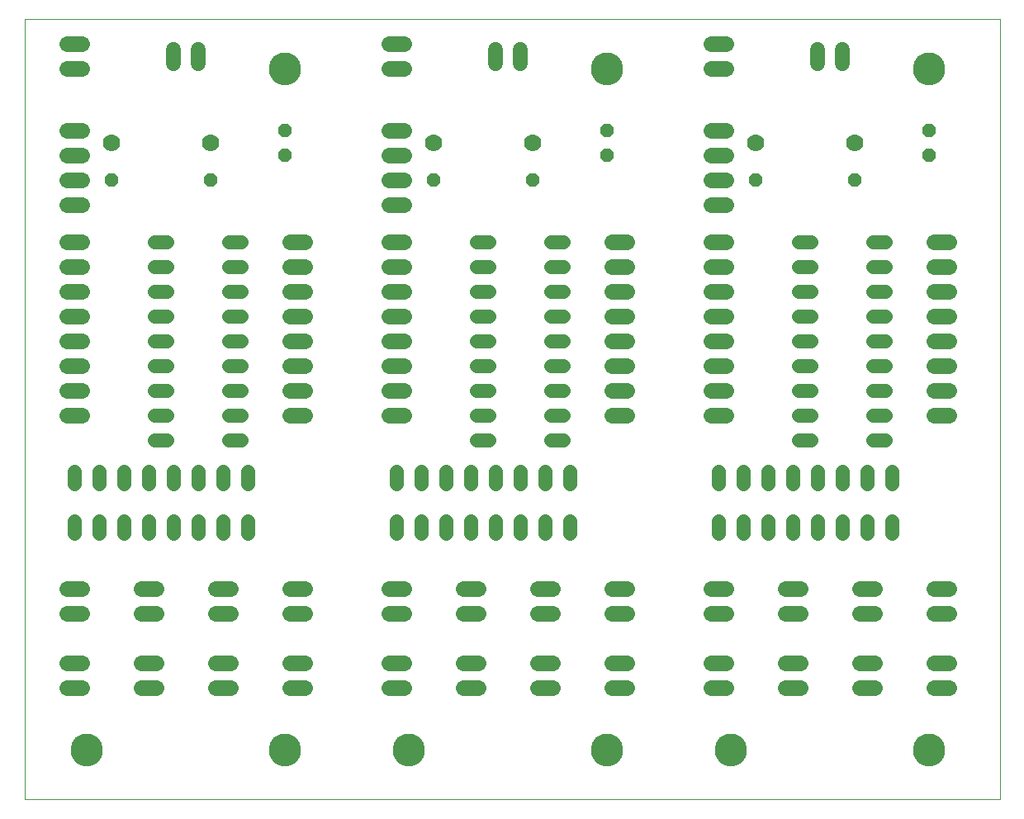
<source format=gbs>
G75*
%MOIN*%
%OFA0B0*%
%FSLAX25Y25*%
%IPPOS*%
%LPD*%
%AMOC8*
5,1,8,0,0,1.08239X$1,22.5*
%
%ADD10C,0.00000*%
%ADD11C,0.07000*%
%ADD12C,0.06400*%
%ADD13OC8,0.05600*%
%ADD14C,0.12998*%
%ADD15C,0.05600*%
%ADD16C,0.06000*%
D10*
X0001000Y0003000D02*
X0001000Y0317961D01*
X0394701Y0317961D01*
X0394701Y0003000D01*
X0001000Y0003000D01*
X0019701Y0023000D02*
X0019703Y0023158D01*
X0019709Y0023316D01*
X0019719Y0023474D01*
X0019733Y0023632D01*
X0019751Y0023789D01*
X0019772Y0023946D01*
X0019798Y0024102D01*
X0019828Y0024258D01*
X0019861Y0024413D01*
X0019899Y0024566D01*
X0019940Y0024719D01*
X0019985Y0024871D01*
X0020034Y0025022D01*
X0020087Y0025171D01*
X0020143Y0025319D01*
X0020203Y0025465D01*
X0020267Y0025610D01*
X0020335Y0025753D01*
X0020406Y0025895D01*
X0020480Y0026035D01*
X0020558Y0026172D01*
X0020640Y0026308D01*
X0020724Y0026442D01*
X0020813Y0026573D01*
X0020904Y0026702D01*
X0020999Y0026829D01*
X0021096Y0026954D01*
X0021197Y0027076D01*
X0021301Y0027195D01*
X0021408Y0027312D01*
X0021518Y0027426D01*
X0021631Y0027537D01*
X0021746Y0027646D01*
X0021864Y0027751D01*
X0021985Y0027853D01*
X0022108Y0027953D01*
X0022234Y0028049D01*
X0022362Y0028142D01*
X0022492Y0028232D01*
X0022625Y0028318D01*
X0022760Y0028402D01*
X0022896Y0028481D01*
X0023035Y0028558D01*
X0023176Y0028630D01*
X0023318Y0028700D01*
X0023462Y0028765D01*
X0023608Y0028827D01*
X0023755Y0028885D01*
X0023904Y0028940D01*
X0024054Y0028991D01*
X0024205Y0029038D01*
X0024357Y0029081D01*
X0024510Y0029120D01*
X0024665Y0029156D01*
X0024820Y0029187D01*
X0024976Y0029215D01*
X0025132Y0029239D01*
X0025289Y0029259D01*
X0025447Y0029275D01*
X0025604Y0029287D01*
X0025763Y0029295D01*
X0025921Y0029299D01*
X0026079Y0029299D01*
X0026237Y0029295D01*
X0026396Y0029287D01*
X0026553Y0029275D01*
X0026711Y0029259D01*
X0026868Y0029239D01*
X0027024Y0029215D01*
X0027180Y0029187D01*
X0027335Y0029156D01*
X0027490Y0029120D01*
X0027643Y0029081D01*
X0027795Y0029038D01*
X0027946Y0028991D01*
X0028096Y0028940D01*
X0028245Y0028885D01*
X0028392Y0028827D01*
X0028538Y0028765D01*
X0028682Y0028700D01*
X0028824Y0028630D01*
X0028965Y0028558D01*
X0029104Y0028481D01*
X0029240Y0028402D01*
X0029375Y0028318D01*
X0029508Y0028232D01*
X0029638Y0028142D01*
X0029766Y0028049D01*
X0029892Y0027953D01*
X0030015Y0027853D01*
X0030136Y0027751D01*
X0030254Y0027646D01*
X0030369Y0027537D01*
X0030482Y0027426D01*
X0030592Y0027312D01*
X0030699Y0027195D01*
X0030803Y0027076D01*
X0030904Y0026954D01*
X0031001Y0026829D01*
X0031096Y0026702D01*
X0031187Y0026573D01*
X0031276Y0026442D01*
X0031360Y0026308D01*
X0031442Y0026172D01*
X0031520Y0026035D01*
X0031594Y0025895D01*
X0031665Y0025753D01*
X0031733Y0025610D01*
X0031797Y0025465D01*
X0031857Y0025319D01*
X0031913Y0025171D01*
X0031966Y0025022D01*
X0032015Y0024871D01*
X0032060Y0024719D01*
X0032101Y0024566D01*
X0032139Y0024413D01*
X0032172Y0024258D01*
X0032202Y0024102D01*
X0032228Y0023946D01*
X0032249Y0023789D01*
X0032267Y0023632D01*
X0032281Y0023474D01*
X0032291Y0023316D01*
X0032297Y0023158D01*
X0032299Y0023000D01*
X0032297Y0022842D01*
X0032291Y0022684D01*
X0032281Y0022526D01*
X0032267Y0022368D01*
X0032249Y0022211D01*
X0032228Y0022054D01*
X0032202Y0021898D01*
X0032172Y0021742D01*
X0032139Y0021587D01*
X0032101Y0021434D01*
X0032060Y0021281D01*
X0032015Y0021129D01*
X0031966Y0020978D01*
X0031913Y0020829D01*
X0031857Y0020681D01*
X0031797Y0020535D01*
X0031733Y0020390D01*
X0031665Y0020247D01*
X0031594Y0020105D01*
X0031520Y0019965D01*
X0031442Y0019828D01*
X0031360Y0019692D01*
X0031276Y0019558D01*
X0031187Y0019427D01*
X0031096Y0019298D01*
X0031001Y0019171D01*
X0030904Y0019046D01*
X0030803Y0018924D01*
X0030699Y0018805D01*
X0030592Y0018688D01*
X0030482Y0018574D01*
X0030369Y0018463D01*
X0030254Y0018354D01*
X0030136Y0018249D01*
X0030015Y0018147D01*
X0029892Y0018047D01*
X0029766Y0017951D01*
X0029638Y0017858D01*
X0029508Y0017768D01*
X0029375Y0017682D01*
X0029240Y0017598D01*
X0029104Y0017519D01*
X0028965Y0017442D01*
X0028824Y0017370D01*
X0028682Y0017300D01*
X0028538Y0017235D01*
X0028392Y0017173D01*
X0028245Y0017115D01*
X0028096Y0017060D01*
X0027946Y0017009D01*
X0027795Y0016962D01*
X0027643Y0016919D01*
X0027490Y0016880D01*
X0027335Y0016844D01*
X0027180Y0016813D01*
X0027024Y0016785D01*
X0026868Y0016761D01*
X0026711Y0016741D01*
X0026553Y0016725D01*
X0026396Y0016713D01*
X0026237Y0016705D01*
X0026079Y0016701D01*
X0025921Y0016701D01*
X0025763Y0016705D01*
X0025604Y0016713D01*
X0025447Y0016725D01*
X0025289Y0016741D01*
X0025132Y0016761D01*
X0024976Y0016785D01*
X0024820Y0016813D01*
X0024665Y0016844D01*
X0024510Y0016880D01*
X0024357Y0016919D01*
X0024205Y0016962D01*
X0024054Y0017009D01*
X0023904Y0017060D01*
X0023755Y0017115D01*
X0023608Y0017173D01*
X0023462Y0017235D01*
X0023318Y0017300D01*
X0023176Y0017370D01*
X0023035Y0017442D01*
X0022896Y0017519D01*
X0022760Y0017598D01*
X0022625Y0017682D01*
X0022492Y0017768D01*
X0022362Y0017858D01*
X0022234Y0017951D01*
X0022108Y0018047D01*
X0021985Y0018147D01*
X0021864Y0018249D01*
X0021746Y0018354D01*
X0021631Y0018463D01*
X0021518Y0018574D01*
X0021408Y0018688D01*
X0021301Y0018805D01*
X0021197Y0018924D01*
X0021096Y0019046D01*
X0020999Y0019171D01*
X0020904Y0019298D01*
X0020813Y0019427D01*
X0020724Y0019558D01*
X0020640Y0019692D01*
X0020558Y0019828D01*
X0020480Y0019965D01*
X0020406Y0020105D01*
X0020335Y0020247D01*
X0020267Y0020390D01*
X0020203Y0020535D01*
X0020143Y0020681D01*
X0020087Y0020829D01*
X0020034Y0020978D01*
X0019985Y0021129D01*
X0019940Y0021281D01*
X0019899Y0021434D01*
X0019861Y0021587D01*
X0019828Y0021742D01*
X0019798Y0021898D01*
X0019772Y0022054D01*
X0019751Y0022211D01*
X0019733Y0022368D01*
X0019719Y0022526D01*
X0019709Y0022684D01*
X0019703Y0022842D01*
X0019701Y0023000D01*
X0099701Y0023000D02*
X0099703Y0023158D01*
X0099709Y0023316D01*
X0099719Y0023474D01*
X0099733Y0023632D01*
X0099751Y0023789D01*
X0099772Y0023946D01*
X0099798Y0024102D01*
X0099828Y0024258D01*
X0099861Y0024413D01*
X0099899Y0024566D01*
X0099940Y0024719D01*
X0099985Y0024871D01*
X0100034Y0025022D01*
X0100087Y0025171D01*
X0100143Y0025319D01*
X0100203Y0025465D01*
X0100267Y0025610D01*
X0100335Y0025753D01*
X0100406Y0025895D01*
X0100480Y0026035D01*
X0100558Y0026172D01*
X0100640Y0026308D01*
X0100724Y0026442D01*
X0100813Y0026573D01*
X0100904Y0026702D01*
X0100999Y0026829D01*
X0101096Y0026954D01*
X0101197Y0027076D01*
X0101301Y0027195D01*
X0101408Y0027312D01*
X0101518Y0027426D01*
X0101631Y0027537D01*
X0101746Y0027646D01*
X0101864Y0027751D01*
X0101985Y0027853D01*
X0102108Y0027953D01*
X0102234Y0028049D01*
X0102362Y0028142D01*
X0102492Y0028232D01*
X0102625Y0028318D01*
X0102760Y0028402D01*
X0102896Y0028481D01*
X0103035Y0028558D01*
X0103176Y0028630D01*
X0103318Y0028700D01*
X0103462Y0028765D01*
X0103608Y0028827D01*
X0103755Y0028885D01*
X0103904Y0028940D01*
X0104054Y0028991D01*
X0104205Y0029038D01*
X0104357Y0029081D01*
X0104510Y0029120D01*
X0104665Y0029156D01*
X0104820Y0029187D01*
X0104976Y0029215D01*
X0105132Y0029239D01*
X0105289Y0029259D01*
X0105447Y0029275D01*
X0105604Y0029287D01*
X0105763Y0029295D01*
X0105921Y0029299D01*
X0106079Y0029299D01*
X0106237Y0029295D01*
X0106396Y0029287D01*
X0106553Y0029275D01*
X0106711Y0029259D01*
X0106868Y0029239D01*
X0107024Y0029215D01*
X0107180Y0029187D01*
X0107335Y0029156D01*
X0107490Y0029120D01*
X0107643Y0029081D01*
X0107795Y0029038D01*
X0107946Y0028991D01*
X0108096Y0028940D01*
X0108245Y0028885D01*
X0108392Y0028827D01*
X0108538Y0028765D01*
X0108682Y0028700D01*
X0108824Y0028630D01*
X0108965Y0028558D01*
X0109104Y0028481D01*
X0109240Y0028402D01*
X0109375Y0028318D01*
X0109508Y0028232D01*
X0109638Y0028142D01*
X0109766Y0028049D01*
X0109892Y0027953D01*
X0110015Y0027853D01*
X0110136Y0027751D01*
X0110254Y0027646D01*
X0110369Y0027537D01*
X0110482Y0027426D01*
X0110592Y0027312D01*
X0110699Y0027195D01*
X0110803Y0027076D01*
X0110904Y0026954D01*
X0111001Y0026829D01*
X0111096Y0026702D01*
X0111187Y0026573D01*
X0111276Y0026442D01*
X0111360Y0026308D01*
X0111442Y0026172D01*
X0111520Y0026035D01*
X0111594Y0025895D01*
X0111665Y0025753D01*
X0111733Y0025610D01*
X0111797Y0025465D01*
X0111857Y0025319D01*
X0111913Y0025171D01*
X0111966Y0025022D01*
X0112015Y0024871D01*
X0112060Y0024719D01*
X0112101Y0024566D01*
X0112139Y0024413D01*
X0112172Y0024258D01*
X0112202Y0024102D01*
X0112228Y0023946D01*
X0112249Y0023789D01*
X0112267Y0023632D01*
X0112281Y0023474D01*
X0112291Y0023316D01*
X0112297Y0023158D01*
X0112299Y0023000D01*
X0112297Y0022842D01*
X0112291Y0022684D01*
X0112281Y0022526D01*
X0112267Y0022368D01*
X0112249Y0022211D01*
X0112228Y0022054D01*
X0112202Y0021898D01*
X0112172Y0021742D01*
X0112139Y0021587D01*
X0112101Y0021434D01*
X0112060Y0021281D01*
X0112015Y0021129D01*
X0111966Y0020978D01*
X0111913Y0020829D01*
X0111857Y0020681D01*
X0111797Y0020535D01*
X0111733Y0020390D01*
X0111665Y0020247D01*
X0111594Y0020105D01*
X0111520Y0019965D01*
X0111442Y0019828D01*
X0111360Y0019692D01*
X0111276Y0019558D01*
X0111187Y0019427D01*
X0111096Y0019298D01*
X0111001Y0019171D01*
X0110904Y0019046D01*
X0110803Y0018924D01*
X0110699Y0018805D01*
X0110592Y0018688D01*
X0110482Y0018574D01*
X0110369Y0018463D01*
X0110254Y0018354D01*
X0110136Y0018249D01*
X0110015Y0018147D01*
X0109892Y0018047D01*
X0109766Y0017951D01*
X0109638Y0017858D01*
X0109508Y0017768D01*
X0109375Y0017682D01*
X0109240Y0017598D01*
X0109104Y0017519D01*
X0108965Y0017442D01*
X0108824Y0017370D01*
X0108682Y0017300D01*
X0108538Y0017235D01*
X0108392Y0017173D01*
X0108245Y0017115D01*
X0108096Y0017060D01*
X0107946Y0017009D01*
X0107795Y0016962D01*
X0107643Y0016919D01*
X0107490Y0016880D01*
X0107335Y0016844D01*
X0107180Y0016813D01*
X0107024Y0016785D01*
X0106868Y0016761D01*
X0106711Y0016741D01*
X0106553Y0016725D01*
X0106396Y0016713D01*
X0106237Y0016705D01*
X0106079Y0016701D01*
X0105921Y0016701D01*
X0105763Y0016705D01*
X0105604Y0016713D01*
X0105447Y0016725D01*
X0105289Y0016741D01*
X0105132Y0016761D01*
X0104976Y0016785D01*
X0104820Y0016813D01*
X0104665Y0016844D01*
X0104510Y0016880D01*
X0104357Y0016919D01*
X0104205Y0016962D01*
X0104054Y0017009D01*
X0103904Y0017060D01*
X0103755Y0017115D01*
X0103608Y0017173D01*
X0103462Y0017235D01*
X0103318Y0017300D01*
X0103176Y0017370D01*
X0103035Y0017442D01*
X0102896Y0017519D01*
X0102760Y0017598D01*
X0102625Y0017682D01*
X0102492Y0017768D01*
X0102362Y0017858D01*
X0102234Y0017951D01*
X0102108Y0018047D01*
X0101985Y0018147D01*
X0101864Y0018249D01*
X0101746Y0018354D01*
X0101631Y0018463D01*
X0101518Y0018574D01*
X0101408Y0018688D01*
X0101301Y0018805D01*
X0101197Y0018924D01*
X0101096Y0019046D01*
X0100999Y0019171D01*
X0100904Y0019298D01*
X0100813Y0019427D01*
X0100724Y0019558D01*
X0100640Y0019692D01*
X0100558Y0019828D01*
X0100480Y0019965D01*
X0100406Y0020105D01*
X0100335Y0020247D01*
X0100267Y0020390D01*
X0100203Y0020535D01*
X0100143Y0020681D01*
X0100087Y0020829D01*
X0100034Y0020978D01*
X0099985Y0021129D01*
X0099940Y0021281D01*
X0099899Y0021434D01*
X0099861Y0021587D01*
X0099828Y0021742D01*
X0099798Y0021898D01*
X0099772Y0022054D01*
X0099751Y0022211D01*
X0099733Y0022368D01*
X0099719Y0022526D01*
X0099709Y0022684D01*
X0099703Y0022842D01*
X0099701Y0023000D01*
X0149701Y0023000D02*
X0149703Y0023158D01*
X0149709Y0023316D01*
X0149719Y0023474D01*
X0149733Y0023632D01*
X0149751Y0023789D01*
X0149772Y0023946D01*
X0149798Y0024102D01*
X0149828Y0024258D01*
X0149861Y0024413D01*
X0149899Y0024566D01*
X0149940Y0024719D01*
X0149985Y0024871D01*
X0150034Y0025022D01*
X0150087Y0025171D01*
X0150143Y0025319D01*
X0150203Y0025465D01*
X0150267Y0025610D01*
X0150335Y0025753D01*
X0150406Y0025895D01*
X0150480Y0026035D01*
X0150558Y0026172D01*
X0150640Y0026308D01*
X0150724Y0026442D01*
X0150813Y0026573D01*
X0150904Y0026702D01*
X0150999Y0026829D01*
X0151096Y0026954D01*
X0151197Y0027076D01*
X0151301Y0027195D01*
X0151408Y0027312D01*
X0151518Y0027426D01*
X0151631Y0027537D01*
X0151746Y0027646D01*
X0151864Y0027751D01*
X0151985Y0027853D01*
X0152108Y0027953D01*
X0152234Y0028049D01*
X0152362Y0028142D01*
X0152492Y0028232D01*
X0152625Y0028318D01*
X0152760Y0028402D01*
X0152896Y0028481D01*
X0153035Y0028558D01*
X0153176Y0028630D01*
X0153318Y0028700D01*
X0153462Y0028765D01*
X0153608Y0028827D01*
X0153755Y0028885D01*
X0153904Y0028940D01*
X0154054Y0028991D01*
X0154205Y0029038D01*
X0154357Y0029081D01*
X0154510Y0029120D01*
X0154665Y0029156D01*
X0154820Y0029187D01*
X0154976Y0029215D01*
X0155132Y0029239D01*
X0155289Y0029259D01*
X0155447Y0029275D01*
X0155604Y0029287D01*
X0155763Y0029295D01*
X0155921Y0029299D01*
X0156079Y0029299D01*
X0156237Y0029295D01*
X0156396Y0029287D01*
X0156553Y0029275D01*
X0156711Y0029259D01*
X0156868Y0029239D01*
X0157024Y0029215D01*
X0157180Y0029187D01*
X0157335Y0029156D01*
X0157490Y0029120D01*
X0157643Y0029081D01*
X0157795Y0029038D01*
X0157946Y0028991D01*
X0158096Y0028940D01*
X0158245Y0028885D01*
X0158392Y0028827D01*
X0158538Y0028765D01*
X0158682Y0028700D01*
X0158824Y0028630D01*
X0158965Y0028558D01*
X0159104Y0028481D01*
X0159240Y0028402D01*
X0159375Y0028318D01*
X0159508Y0028232D01*
X0159638Y0028142D01*
X0159766Y0028049D01*
X0159892Y0027953D01*
X0160015Y0027853D01*
X0160136Y0027751D01*
X0160254Y0027646D01*
X0160369Y0027537D01*
X0160482Y0027426D01*
X0160592Y0027312D01*
X0160699Y0027195D01*
X0160803Y0027076D01*
X0160904Y0026954D01*
X0161001Y0026829D01*
X0161096Y0026702D01*
X0161187Y0026573D01*
X0161276Y0026442D01*
X0161360Y0026308D01*
X0161442Y0026172D01*
X0161520Y0026035D01*
X0161594Y0025895D01*
X0161665Y0025753D01*
X0161733Y0025610D01*
X0161797Y0025465D01*
X0161857Y0025319D01*
X0161913Y0025171D01*
X0161966Y0025022D01*
X0162015Y0024871D01*
X0162060Y0024719D01*
X0162101Y0024566D01*
X0162139Y0024413D01*
X0162172Y0024258D01*
X0162202Y0024102D01*
X0162228Y0023946D01*
X0162249Y0023789D01*
X0162267Y0023632D01*
X0162281Y0023474D01*
X0162291Y0023316D01*
X0162297Y0023158D01*
X0162299Y0023000D01*
X0162297Y0022842D01*
X0162291Y0022684D01*
X0162281Y0022526D01*
X0162267Y0022368D01*
X0162249Y0022211D01*
X0162228Y0022054D01*
X0162202Y0021898D01*
X0162172Y0021742D01*
X0162139Y0021587D01*
X0162101Y0021434D01*
X0162060Y0021281D01*
X0162015Y0021129D01*
X0161966Y0020978D01*
X0161913Y0020829D01*
X0161857Y0020681D01*
X0161797Y0020535D01*
X0161733Y0020390D01*
X0161665Y0020247D01*
X0161594Y0020105D01*
X0161520Y0019965D01*
X0161442Y0019828D01*
X0161360Y0019692D01*
X0161276Y0019558D01*
X0161187Y0019427D01*
X0161096Y0019298D01*
X0161001Y0019171D01*
X0160904Y0019046D01*
X0160803Y0018924D01*
X0160699Y0018805D01*
X0160592Y0018688D01*
X0160482Y0018574D01*
X0160369Y0018463D01*
X0160254Y0018354D01*
X0160136Y0018249D01*
X0160015Y0018147D01*
X0159892Y0018047D01*
X0159766Y0017951D01*
X0159638Y0017858D01*
X0159508Y0017768D01*
X0159375Y0017682D01*
X0159240Y0017598D01*
X0159104Y0017519D01*
X0158965Y0017442D01*
X0158824Y0017370D01*
X0158682Y0017300D01*
X0158538Y0017235D01*
X0158392Y0017173D01*
X0158245Y0017115D01*
X0158096Y0017060D01*
X0157946Y0017009D01*
X0157795Y0016962D01*
X0157643Y0016919D01*
X0157490Y0016880D01*
X0157335Y0016844D01*
X0157180Y0016813D01*
X0157024Y0016785D01*
X0156868Y0016761D01*
X0156711Y0016741D01*
X0156553Y0016725D01*
X0156396Y0016713D01*
X0156237Y0016705D01*
X0156079Y0016701D01*
X0155921Y0016701D01*
X0155763Y0016705D01*
X0155604Y0016713D01*
X0155447Y0016725D01*
X0155289Y0016741D01*
X0155132Y0016761D01*
X0154976Y0016785D01*
X0154820Y0016813D01*
X0154665Y0016844D01*
X0154510Y0016880D01*
X0154357Y0016919D01*
X0154205Y0016962D01*
X0154054Y0017009D01*
X0153904Y0017060D01*
X0153755Y0017115D01*
X0153608Y0017173D01*
X0153462Y0017235D01*
X0153318Y0017300D01*
X0153176Y0017370D01*
X0153035Y0017442D01*
X0152896Y0017519D01*
X0152760Y0017598D01*
X0152625Y0017682D01*
X0152492Y0017768D01*
X0152362Y0017858D01*
X0152234Y0017951D01*
X0152108Y0018047D01*
X0151985Y0018147D01*
X0151864Y0018249D01*
X0151746Y0018354D01*
X0151631Y0018463D01*
X0151518Y0018574D01*
X0151408Y0018688D01*
X0151301Y0018805D01*
X0151197Y0018924D01*
X0151096Y0019046D01*
X0150999Y0019171D01*
X0150904Y0019298D01*
X0150813Y0019427D01*
X0150724Y0019558D01*
X0150640Y0019692D01*
X0150558Y0019828D01*
X0150480Y0019965D01*
X0150406Y0020105D01*
X0150335Y0020247D01*
X0150267Y0020390D01*
X0150203Y0020535D01*
X0150143Y0020681D01*
X0150087Y0020829D01*
X0150034Y0020978D01*
X0149985Y0021129D01*
X0149940Y0021281D01*
X0149899Y0021434D01*
X0149861Y0021587D01*
X0149828Y0021742D01*
X0149798Y0021898D01*
X0149772Y0022054D01*
X0149751Y0022211D01*
X0149733Y0022368D01*
X0149719Y0022526D01*
X0149709Y0022684D01*
X0149703Y0022842D01*
X0149701Y0023000D01*
X0229701Y0023000D02*
X0229703Y0023158D01*
X0229709Y0023316D01*
X0229719Y0023474D01*
X0229733Y0023632D01*
X0229751Y0023789D01*
X0229772Y0023946D01*
X0229798Y0024102D01*
X0229828Y0024258D01*
X0229861Y0024413D01*
X0229899Y0024566D01*
X0229940Y0024719D01*
X0229985Y0024871D01*
X0230034Y0025022D01*
X0230087Y0025171D01*
X0230143Y0025319D01*
X0230203Y0025465D01*
X0230267Y0025610D01*
X0230335Y0025753D01*
X0230406Y0025895D01*
X0230480Y0026035D01*
X0230558Y0026172D01*
X0230640Y0026308D01*
X0230724Y0026442D01*
X0230813Y0026573D01*
X0230904Y0026702D01*
X0230999Y0026829D01*
X0231096Y0026954D01*
X0231197Y0027076D01*
X0231301Y0027195D01*
X0231408Y0027312D01*
X0231518Y0027426D01*
X0231631Y0027537D01*
X0231746Y0027646D01*
X0231864Y0027751D01*
X0231985Y0027853D01*
X0232108Y0027953D01*
X0232234Y0028049D01*
X0232362Y0028142D01*
X0232492Y0028232D01*
X0232625Y0028318D01*
X0232760Y0028402D01*
X0232896Y0028481D01*
X0233035Y0028558D01*
X0233176Y0028630D01*
X0233318Y0028700D01*
X0233462Y0028765D01*
X0233608Y0028827D01*
X0233755Y0028885D01*
X0233904Y0028940D01*
X0234054Y0028991D01*
X0234205Y0029038D01*
X0234357Y0029081D01*
X0234510Y0029120D01*
X0234665Y0029156D01*
X0234820Y0029187D01*
X0234976Y0029215D01*
X0235132Y0029239D01*
X0235289Y0029259D01*
X0235447Y0029275D01*
X0235604Y0029287D01*
X0235763Y0029295D01*
X0235921Y0029299D01*
X0236079Y0029299D01*
X0236237Y0029295D01*
X0236396Y0029287D01*
X0236553Y0029275D01*
X0236711Y0029259D01*
X0236868Y0029239D01*
X0237024Y0029215D01*
X0237180Y0029187D01*
X0237335Y0029156D01*
X0237490Y0029120D01*
X0237643Y0029081D01*
X0237795Y0029038D01*
X0237946Y0028991D01*
X0238096Y0028940D01*
X0238245Y0028885D01*
X0238392Y0028827D01*
X0238538Y0028765D01*
X0238682Y0028700D01*
X0238824Y0028630D01*
X0238965Y0028558D01*
X0239104Y0028481D01*
X0239240Y0028402D01*
X0239375Y0028318D01*
X0239508Y0028232D01*
X0239638Y0028142D01*
X0239766Y0028049D01*
X0239892Y0027953D01*
X0240015Y0027853D01*
X0240136Y0027751D01*
X0240254Y0027646D01*
X0240369Y0027537D01*
X0240482Y0027426D01*
X0240592Y0027312D01*
X0240699Y0027195D01*
X0240803Y0027076D01*
X0240904Y0026954D01*
X0241001Y0026829D01*
X0241096Y0026702D01*
X0241187Y0026573D01*
X0241276Y0026442D01*
X0241360Y0026308D01*
X0241442Y0026172D01*
X0241520Y0026035D01*
X0241594Y0025895D01*
X0241665Y0025753D01*
X0241733Y0025610D01*
X0241797Y0025465D01*
X0241857Y0025319D01*
X0241913Y0025171D01*
X0241966Y0025022D01*
X0242015Y0024871D01*
X0242060Y0024719D01*
X0242101Y0024566D01*
X0242139Y0024413D01*
X0242172Y0024258D01*
X0242202Y0024102D01*
X0242228Y0023946D01*
X0242249Y0023789D01*
X0242267Y0023632D01*
X0242281Y0023474D01*
X0242291Y0023316D01*
X0242297Y0023158D01*
X0242299Y0023000D01*
X0242297Y0022842D01*
X0242291Y0022684D01*
X0242281Y0022526D01*
X0242267Y0022368D01*
X0242249Y0022211D01*
X0242228Y0022054D01*
X0242202Y0021898D01*
X0242172Y0021742D01*
X0242139Y0021587D01*
X0242101Y0021434D01*
X0242060Y0021281D01*
X0242015Y0021129D01*
X0241966Y0020978D01*
X0241913Y0020829D01*
X0241857Y0020681D01*
X0241797Y0020535D01*
X0241733Y0020390D01*
X0241665Y0020247D01*
X0241594Y0020105D01*
X0241520Y0019965D01*
X0241442Y0019828D01*
X0241360Y0019692D01*
X0241276Y0019558D01*
X0241187Y0019427D01*
X0241096Y0019298D01*
X0241001Y0019171D01*
X0240904Y0019046D01*
X0240803Y0018924D01*
X0240699Y0018805D01*
X0240592Y0018688D01*
X0240482Y0018574D01*
X0240369Y0018463D01*
X0240254Y0018354D01*
X0240136Y0018249D01*
X0240015Y0018147D01*
X0239892Y0018047D01*
X0239766Y0017951D01*
X0239638Y0017858D01*
X0239508Y0017768D01*
X0239375Y0017682D01*
X0239240Y0017598D01*
X0239104Y0017519D01*
X0238965Y0017442D01*
X0238824Y0017370D01*
X0238682Y0017300D01*
X0238538Y0017235D01*
X0238392Y0017173D01*
X0238245Y0017115D01*
X0238096Y0017060D01*
X0237946Y0017009D01*
X0237795Y0016962D01*
X0237643Y0016919D01*
X0237490Y0016880D01*
X0237335Y0016844D01*
X0237180Y0016813D01*
X0237024Y0016785D01*
X0236868Y0016761D01*
X0236711Y0016741D01*
X0236553Y0016725D01*
X0236396Y0016713D01*
X0236237Y0016705D01*
X0236079Y0016701D01*
X0235921Y0016701D01*
X0235763Y0016705D01*
X0235604Y0016713D01*
X0235447Y0016725D01*
X0235289Y0016741D01*
X0235132Y0016761D01*
X0234976Y0016785D01*
X0234820Y0016813D01*
X0234665Y0016844D01*
X0234510Y0016880D01*
X0234357Y0016919D01*
X0234205Y0016962D01*
X0234054Y0017009D01*
X0233904Y0017060D01*
X0233755Y0017115D01*
X0233608Y0017173D01*
X0233462Y0017235D01*
X0233318Y0017300D01*
X0233176Y0017370D01*
X0233035Y0017442D01*
X0232896Y0017519D01*
X0232760Y0017598D01*
X0232625Y0017682D01*
X0232492Y0017768D01*
X0232362Y0017858D01*
X0232234Y0017951D01*
X0232108Y0018047D01*
X0231985Y0018147D01*
X0231864Y0018249D01*
X0231746Y0018354D01*
X0231631Y0018463D01*
X0231518Y0018574D01*
X0231408Y0018688D01*
X0231301Y0018805D01*
X0231197Y0018924D01*
X0231096Y0019046D01*
X0230999Y0019171D01*
X0230904Y0019298D01*
X0230813Y0019427D01*
X0230724Y0019558D01*
X0230640Y0019692D01*
X0230558Y0019828D01*
X0230480Y0019965D01*
X0230406Y0020105D01*
X0230335Y0020247D01*
X0230267Y0020390D01*
X0230203Y0020535D01*
X0230143Y0020681D01*
X0230087Y0020829D01*
X0230034Y0020978D01*
X0229985Y0021129D01*
X0229940Y0021281D01*
X0229899Y0021434D01*
X0229861Y0021587D01*
X0229828Y0021742D01*
X0229798Y0021898D01*
X0229772Y0022054D01*
X0229751Y0022211D01*
X0229733Y0022368D01*
X0229719Y0022526D01*
X0229709Y0022684D01*
X0229703Y0022842D01*
X0229701Y0023000D01*
X0279701Y0023000D02*
X0279703Y0023158D01*
X0279709Y0023316D01*
X0279719Y0023474D01*
X0279733Y0023632D01*
X0279751Y0023789D01*
X0279772Y0023946D01*
X0279798Y0024102D01*
X0279828Y0024258D01*
X0279861Y0024413D01*
X0279899Y0024566D01*
X0279940Y0024719D01*
X0279985Y0024871D01*
X0280034Y0025022D01*
X0280087Y0025171D01*
X0280143Y0025319D01*
X0280203Y0025465D01*
X0280267Y0025610D01*
X0280335Y0025753D01*
X0280406Y0025895D01*
X0280480Y0026035D01*
X0280558Y0026172D01*
X0280640Y0026308D01*
X0280724Y0026442D01*
X0280813Y0026573D01*
X0280904Y0026702D01*
X0280999Y0026829D01*
X0281096Y0026954D01*
X0281197Y0027076D01*
X0281301Y0027195D01*
X0281408Y0027312D01*
X0281518Y0027426D01*
X0281631Y0027537D01*
X0281746Y0027646D01*
X0281864Y0027751D01*
X0281985Y0027853D01*
X0282108Y0027953D01*
X0282234Y0028049D01*
X0282362Y0028142D01*
X0282492Y0028232D01*
X0282625Y0028318D01*
X0282760Y0028402D01*
X0282896Y0028481D01*
X0283035Y0028558D01*
X0283176Y0028630D01*
X0283318Y0028700D01*
X0283462Y0028765D01*
X0283608Y0028827D01*
X0283755Y0028885D01*
X0283904Y0028940D01*
X0284054Y0028991D01*
X0284205Y0029038D01*
X0284357Y0029081D01*
X0284510Y0029120D01*
X0284665Y0029156D01*
X0284820Y0029187D01*
X0284976Y0029215D01*
X0285132Y0029239D01*
X0285289Y0029259D01*
X0285447Y0029275D01*
X0285604Y0029287D01*
X0285763Y0029295D01*
X0285921Y0029299D01*
X0286079Y0029299D01*
X0286237Y0029295D01*
X0286396Y0029287D01*
X0286553Y0029275D01*
X0286711Y0029259D01*
X0286868Y0029239D01*
X0287024Y0029215D01*
X0287180Y0029187D01*
X0287335Y0029156D01*
X0287490Y0029120D01*
X0287643Y0029081D01*
X0287795Y0029038D01*
X0287946Y0028991D01*
X0288096Y0028940D01*
X0288245Y0028885D01*
X0288392Y0028827D01*
X0288538Y0028765D01*
X0288682Y0028700D01*
X0288824Y0028630D01*
X0288965Y0028558D01*
X0289104Y0028481D01*
X0289240Y0028402D01*
X0289375Y0028318D01*
X0289508Y0028232D01*
X0289638Y0028142D01*
X0289766Y0028049D01*
X0289892Y0027953D01*
X0290015Y0027853D01*
X0290136Y0027751D01*
X0290254Y0027646D01*
X0290369Y0027537D01*
X0290482Y0027426D01*
X0290592Y0027312D01*
X0290699Y0027195D01*
X0290803Y0027076D01*
X0290904Y0026954D01*
X0291001Y0026829D01*
X0291096Y0026702D01*
X0291187Y0026573D01*
X0291276Y0026442D01*
X0291360Y0026308D01*
X0291442Y0026172D01*
X0291520Y0026035D01*
X0291594Y0025895D01*
X0291665Y0025753D01*
X0291733Y0025610D01*
X0291797Y0025465D01*
X0291857Y0025319D01*
X0291913Y0025171D01*
X0291966Y0025022D01*
X0292015Y0024871D01*
X0292060Y0024719D01*
X0292101Y0024566D01*
X0292139Y0024413D01*
X0292172Y0024258D01*
X0292202Y0024102D01*
X0292228Y0023946D01*
X0292249Y0023789D01*
X0292267Y0023632D01*
X0292281Y0023474D01*
X0292291Y0023316D01*
X0292297Y0023158D01*
X0292299Y0023000D01*
X0292297Y0022842D01*
X0292291Y0022684D01*
X0292281Y0022526D01*
X0292267Y0022368D01*
X0292249Y0022211D01*
X0292228Y0022054D01*
X0292202Y0021898D01*
X0292172Y0021742D01*
X0292139Y0021587D01*
X0292101Y0021434D01*
X0292060Y0021281D01*
X0292015Y0021129D01*
X0291966Y0020978D01*
X0291913Y0020829D01*
X0291857Y0020681D01*
X0291797Y0020535D01*
X0291733Y0020390D01*
X0291665Y0020247D01*
X0291594Y0020105D01*
X0291520Y0019965D01*
X0291442Y0019828D01*
X0291360Y0019692D01*
X0291276Y0019558D01*
X0291187Y0019427D01*
X0291096Y0019298D01*
X0291001Y0019171D01*
X0290904Y0019046D01*
X0290803Y0018924D01*
X0290699Y0018805D01*
X0290592Y0018688D01*
X0290482Y0018574D01*
X0290369Y0018463D01*
X0290254Y0018354D01*
X0290136Y0018249D01*
X0290015Y0018147D01*
X0289892Y0018047D01*
X0289766Y0017951D01*
X0289638Y0017858D01*
X0289508Y0017768D01*
X0289375Y0017682D01*
X0289240Y0017598D01*
X0289104Y0017519D01*
X0288965Y0017442D01*
X0288824Y0017370D01*
X0288682Y0017300D01*
X0288538Y0017235D01*
X0288392Y0017173D01*
X0288245Y0017115D01*
X0288096Y0017060D01*
X0287946Y0017009D01*
X0287795Y0016962D01*
X0287643Y0016919D01*
X0287490Y0016880D01*
X0287335Y0016844D01*
X0287180Y0016813D01*
X0287024Y0016785D01*
X0286868Y0016761D01*
X0286711Y0016741D01*
X0286553Y0016725D01*
X0286396Y0016713D01*
X0286237Y0016705D01*
X0286079Y0016701D01*
X0285921Y0016701D01*
X0285763Y0016705D01*
X0285604Y0016713D01*
X0285447Y0016725D01*
X0285289Y0016741D01*
X0285132Y0016761D01*
X0284976Y0016785D01*
X0284820Y0016813D01*
X0284665Y0016844D01*
X0284510Y0016880D01*
X0284357Y0016919D01*
X0284205Y0016962D01*
X0284054Y0017009D01*
X0283904Y0017060D01*
X0283755Y0017115D01*
X0283608Y0017173D01*
X0283462Y0017235D01*
X0283318Y0017300D01*
X0283176Y0017370D01*
X0283035Y0017442D01*
X0282896Y0017519D01*
X0282760Y0017598D01*
X0282625Y0017682D01*
X0282492Y0017768D01*
X0282362Y0017858D01*
X0282234Y0017951D01*
X0282108Y0018047D01*
X0281985Y0018147D01*
X0281864Y0018249D01*
X0281746Y0018354D01*
X0281631Y0018463D01*
X0281518Y0018574D01*
X0281408Y0018688D01*
X0281301Y0018805D01*
X0281197Y0018924D01*
X0281096Y0019046D01*
X0280999Y0019171D01*
X0280904Y0019298D01*
X0280813Y0019427D01*
X0280724Y0019558D01*
X0280640Y0019692D01*
X0280558Y0019828D01*
X0280480Y0019965D01*
X0280406Y0020105D01*
X0280335Y0020247D01*
X0280267Y0020390D01*
X0280203Y0020535D01*
X0280143Y0020681D01*
X0280087Y0020829D01*
X0280034Y0020978D01*
X0279985Y0021129D01*
X0279940Y0021281D01*
X0279899Y0021434D01*
X0279861Y0021587D01*
X0279828Y0021742D01*
X0279798Y0021898D01*
X0279772Y0022054D01*
X0279751Y0022211D01*
X0279733Y0022368D01*
X0279719Y0022526D01*
X0279709Y0022684D01*
X0279703Y0022842D01*
X0279701Y0023000D01*
X0359701Y0023000D02*
X0359703Y0023158D01*
X0359709Y0023316D01*
X0359719Y0023474D01*
X0359733Y0023632D01*
X0359751Y0023789D01*
X0359772Y0023946D01*
X0359798Y0024102D01*
X0359828Y0024258D01*
X0359861Y0024413D01*
X0359899Y0024566D01*
X0359940Y0024719D01*
X0359985Y0024871D01*
X0360034Y0025022D01*
X0360087Y0025171D01*
X0360143Y0025319D01*
X0360203Y0025465D01*
X0360267Y0025610D01*
X0360335Y0025753D01*
X0360406Y0025895D01*
X0360480Y0026035D01*
X0360558Y0026172D01*
X0360640Y0026308D01*
X0360724Y0026442D01*
X0360813Y0026573D01*
X0360904Y0026702D01*
X0360999Y0026829D01*
X0361096Y0026954D01*
X0361197Y0027076D01*
X0361301Y0027195D01*
X0361408Y0027312D01*
X0361518Y0027426D01*
X0361631Y0027537D01*
X0361746Y0027646D01*
X0361864Y0027751D01*
X0361985Y0027853D01*
X0362108Y0027953D01*
X0362234Y0028049D01*
X0362362Y0028142D01*
X0362492Y0028232D01*
X0362625Y0028318D01*
X0362760Y0028402D01*
X0362896Y0028481D01*
X0363035Y0028558D01*
X0363176Y0028630D01*
X0363318Y0028700D01*
X0363462Y0028765D01*
X0363608Y0028827D01*
X0363755Y0028885D01*
X0363904Y0028940D01*
X0364054Y0028991D01*
X0364205Y0029038D01*
X0364357Y0029081D01*
X0364510Y0029120D01*
X0364665Y0029156D01*
X0364820Y0029187D01*
X0364976Y0029215D01*
X0365132Y0029239D01*
X0365289Y0029259D01*
X0365447Y0029275D01*
X0365604Y0029287D01*
X0365763Y0029295D01*
X0365921Y0029299D01*
X0366079Y0029299D01*
X0366237Y0029295D01*
X0366396Y0029287D01*
X0366553Y0029275D01*
X0366711Y0029259D01*
X0366868Y0029239D01*
X0367024Y0029215D01*
X0367180Y0029187D01*
X0367335Y0029156D01*
X0367490Y0029120D01*
X0367643Y0029081D01*
X0367795Y0029038D01*
X0367946Y0028991D01*
X0368096Y0028940D01*
X0368245Y0028885D01*
X0368392Y0028827D01*
X0368538Y0028765D01*
X0368682Y0028700D01*
X0368824Y0028630D01*
X0368965Y0028558D01*
X0369104Y0028481D01*
X0369240Y0028402D01*
X0369375Y0028318D01*
X0369508Y0028232D01*
X0369638Y0028142D01*
X0369766Y0028049D01*
X0369892Y0027953D01*
X0370015Y0027853D01*
X0370136Y0027751D01*
X0370254Y0027646D01*
X0370369Y0027537D01*
X0370482Y0027426D01*
X0370592Y0027312D01*
X0370699Y0027195D01*
X0370803Y0027076D01*
X0370904Y0026954D01*
X0371001Y0026829D01*
X0371096Y0026702D01*
X0371187Y0026573D01*
X0371276Y0026442D01*
X0371360Y0026308D01*
X0371442Y0026172D01*
X0371520Y0026035D01*
X0371594Y0025895D01*
X0371665Y0025753D01*
X0371733Y0025610D01*
X0371797Y0025465D01*
X0371857Y0025319D01*
X0371913Y0025171D01*
X0371966Y0025022D01*
X0372015Y0024871D01*
X0372060Y0024719D01*
X0372101Y0024566D01*
X0372139Y0024413D01*
X0372172Y0024258D01*
X0372202Y0024102D01*
X0372228Y0023946D01*
X0372249Y0023789D01*
X0372267Y0023632D01*
X0372281Y0023474D01*
X0372291Y0023316D01*
X0372297Y0023158D01*
X0372299Y0023000D01*
X0372297Y0022842D01*
X0372291Y0022684D01*
X0372281Y0022526D01*
X0372267Y0022368D01*
X0372249Y0022211D01*
X0372228Y0022054D01*
X0372202Y0021898D01*
X0372172Y0021742D01*
X0372139Y0021587D01*
X0372101Y0021434D01*
X0372060Y0021281D01*
X0372015Y0021129D01*
X0371966Y0020978D01*
X0371913Y0020829D01*
X0371857Y0020681D01*
X0371797Y0020535D01*
X0371733Y0020390D01*
X0371665Y0020247D01*
X0371594Y0020105D01*
X0371520Y0019965D01*
X0371442Y0019828D01*
X0371360Y0019692D01*
X0371276Y0019558D01*
X0371187Y0019427D01*
X0371096Y0019298D01*
X0371001Y0019171D01*
X0370904Y0019046D01*
X0370803Y0018924D01*
X0370699Y0018805D01*
X0370592Y0018688D01*
X0370482Y0018574D01*
X0370369Y0018463D01*
X0370254Y0018354D01*
X0370136Y0018249D01*
X0370015Y0018147D01*
X0369892Y0018047D01*
X0369766Y0017951D01*
X0369638Y0017858D01*
X0369508Y0017768D01*
X0369375Y0017682D01*
X0369240Y0017598D01*
X0369104Y0017519D01*
X0368965Y0017442D01*
X0368824Y0017370D01*
X0368682Y0017300D01*
X0368538Y0017235D01*
X0368392Y0017173D01*
X0368245Y0017115D01*
X0368096Y0017060D01*
X0367946Y0017009D01*
X0367795Y0016962D01*
X0367643Y0016919D01*
X0367490Y0016880D01*
X0367335Y0016844D01*
X0367180Y0016813D01*
X0367024Y0016785D01*
X0366868Y0016761D01*
X0366711Y0016741D01*
X0366553Y0016725D01*
X0366396Y0016713D01*
X0366237Y0016705D01*
X0366079Y0016701D01*
X0365921Y0016701D01*
X0365763Y0016705D01*
X0365604Y0016713D01*
X0365447Y0016725D01*
X0365289Y0016741D01*
X0365132Y0016761D01*
X0364976Y0016785D01*
X0364820Y0016813D01*
X0364665Y0016844D01*
X0364510Y0016880D01*
X0364357Y0016919D01*
X0364205Y0016962D01*
X0364054Y0017009D01*
X0363904Y0017060D01*
X0363755Y0017115D01*
X0363608Y0017173D01*
X0363462Y0017235D01*
X0363318Y0017300D01*
X0363176Y0017370D01*
X0363035Y0017442D01*
X0362896Y0017519D01*
X0362760Y0017598D01*
X0362625Y0017682D01*
X0362492Y0017768D01*
X0362362Y0017858D01*
X0362234Y0017951D01*
X0362108Y0018047D01*
X0361985Y0018147D01*
X0361864Y0018249D01*
X0361746Y0018354D01*
X0361631Y0018463D01*
X0361518Y0018574D01*
X0361408Y0018688D01*
X0361301Y0018805D01*
X0361197Y0018924D01*
X0361096Y0019046D01*
X0360999Y0019171D01*
X0360904Y0019298D01*
X0360813Y0019427D01*
X0360724Y0019558D01*
X0360640Y0019692D01*
X0360558Y0019828D01*
X0360480Y0019965D01*
X0360406Y0020105D01*
X0360335Y0020247D01*
X0360267Y0020390D01*
X0360203Y0020535D01*
X0360143Y0020681D01*
X0360087Y0020829D01*
X0360034Y0020978D01*
X0359985Y0021129D01*
X0359940Y0021281D01*
X0359899Y0021434D01*
X0359861Y0021587D01*
X0359828Y0021742D01*
X0359798Y0021898D01*
X0359772Y0022054D01*
X0359751Y0022211D01*
X0359733Y0022368D01*
X0359719Y0022526D01*
X0359709Y0022684D01*
X0359703Y0022842D01*
X0359701Y0023000D01*
X0359701Y0298000D02*
X0359703Y0298158D01*
X0359709Y0298316D01*
X0359719Y0298474D01*
X0359733Y0298632D01*
X0359751Y0298789D01*
X0359772Y0298946D01*
X0359798Y0299102D01*
X0359828Y0299258D01*
X0359861Y0299413D01*
X0359899Y0299566D01*
X0359940Y0299719D01*
X0359985Y0299871D01*
X0360034Y0300022D01*
X0360087Y0300171D01*
X0360143Y0300319D01*
X0360203Y0300465D01*
X0360267Y0300610D01*
X0360335Y0300753D01*
X0360406Y0300895D01*
X0360480Y0301035D01*
X0360558Y0301172D01*
X0360640Y0301308D01*
X0360724Y0301442D01*
X0360813Y0301573D01*
X0360904Y0301702D01*
X0360999Y0301829D01*
X0361096Y0301954D01*
X0361197Y0302076D01*
X0361301Y0302195D01*
X0361408Y0302312D01*
X0361518Y0302426D01*
X0361631Y0302537D01*
X0361746Y0302646D01*
X0361864Y0302751D01*
X0361985Y0302853D01*
X0362108Y0302953D01*
X0362234Y0303049D01*
X0362362Y0303142D01*
X0362492Y0303232D01*
X0362625Y0303318D01*
X0362760Y0303402D01*
X0362896Y0303481D01*
X0363035Y0303558D01*
X0363176Y0303630D01*
X0363318Y0303700D01*
X0363462Y0303765D01*
X0363608Y0303827D01*
X0363755Y0303885D01*
X0363904Y0303940D01*
X0364054Y0303991D01*
X0364205Y0304038D01*
X0364357Y0304081D01*
X0364510Y0304120D01*
X0364665Y0304156D01*
X0364820Y0304187D01*
X0364976Y0304215D01*
X0365132Y0304239D01*
X0365289Y0304259D01*
X0365447Y0304275D01*
X0365604Y0304287D01*
X0365763Y0304295D01*
X0365921Y0304299D01*
X0366079Y0304299D01*
X0366237Y0304295D01*
X0366396Y0304287D01*
X0366553Y0304275D01*
X0366711Y0304259D01*
X0366868Y0304239D01*
X0367024Y0304215D01*
X0367180Y0304187D01*
X0367335Y0304156D01*
X0367490Y0304120D01*
X0367643Y0304081D01*
X0367795Y0304038D01*
X0367946Y0303991D01*
X0368096Y0303940D01*
X0368245Y0303885D01*
X0368392Y0303827D01*
X0368538Y0303765D01*
X0368682Y0303700D01*
X0368824Y0303630D01*
X0368965Y0303558D01*
X0369104Y0303481D01*
X0369240Y0303402D01*
X0369375Y0303318D01*
X0369508Y0303232D01*
X0369638Y0303142D01*
X0369766Y0303049D01*
X0369892Y0302953D01*
X0370015Y0302853D01*
X0370136Y0302751D01*
X0370254Y0302646D01*
X0370369Y0302537D01*
X0370482Y0302426D01*
X0370592Y0302312D01*
X0370699Y0302195D01*
X0370803Y0302076D01*
X0370904Y0301954D01*
X0371001Y0301829D01*
X0371096Y0301702D01*
X0371187Y0301573D01*
X0371276Y0301442D01*
X0371360Y0301308D01*
X0371442Y0301172D01*
X0371520Y0301035D01*
X0371594Y0300895D01*
X0371665Y0300753D01*
X0371733Y0300610D01*
X0371797Y0300465D01*
X0371857Y0300319D01*
X0371913Y0300171D01*
X0371966Y0300022D01*
X0372015Y0299871D01*
X0372060Y0299719D01*
X0372101Y0299566D01*
X0372139Y0299413D01*
X0372172Y0299258D01*
X0372202Y0299102D01*
X0372228Y0298946D01*
X0372249Y0298789D01*
X0372267Y0298632D01*
X0372281Y0298474D01*
X0372291Y0298316D01*
X0372297Y0298158D01*
X0372299Y0298000D01*
X0372297Y0297842D01*
X0372291Y0297684D01*
X0372281Y0297526D01*
X0372267Y0297368D01*
X0372249Y0297211D01*
X0372228Y0297054D01*
X0372202Y0296898D01*
X0372172Y0296742D01*
X0372139Y0296587D01*
X0372101Y0296434D01*
X0372060Y0296281D01*
X0372015Y0296129D01*
X0371966Y0295978D01*
X0371913Y0295829D01*
X0371857Y0295681D01*
X0371797Y0295535D01*
X0371733Y0295390D01*
X0371665Y0295247D01*
X0371594Y0295105D01*
X0371520Y0294965D01*
X0371442Y0294828D01*
X0371360Y0294692D01*
X0371276Y0294558D01*
X0371187Y0294427D01*
X0371096Y0294298D01*
X0371001Y0294171D01*
X0370904Y0294046D01*
X0370803Y0293924D01*
X0370699Y0293805D01*
X0370592Y0293688D01*
X0370482Y0293574D01*
X0370369Y0293463D01*
X0370254Y0293354D01*
X0370136Y0293249D01*
X0370015Y0293147D01*
X0369892Y0293047D01*
X0369766Y0292951D01*
X0369638Y0292858D01*
X0369508Y0292768D01*
X0369375Y0292682D01*
X0369240Y0292598D01*
X0369104Y0292519D01*
X0368965Y0292442D01*
X0368824Y0292370D01*
X0368682Y0292300D01*
X0368538Y0292235D01*
X0368392Y0292173D01*
X0368245Y0292115D01*
X0368096Y0292060D01*
X0367946Y0292009D01*
X0367795Y0291962D01*
X0367643Y0291919D01*
X0367490Y0291880D01*
X0367335Y0291844D01*
X0367180Y0291813D01*
X0367024Y0291785D01*
X0366868Y0291761D01*
X0366711Y0291741D01*
X0366553Y0291725D01*
X0366396Y0291713D01*
X0366237Y0291705D01*
X0366079Y0291701D01*
X0365921Y0291701D01*
X0365763Y0291705D01*
X0365604Y0291713D01*
X0365447Y0291725D01*
X0365289Y0291741D01*
X0365132Y0291761D01*
X0364976Y0291785D01*
X0364820Y0291813D01*
X0364665Y0291844D01*
X0364510Y0291880D01*
X0364357Y0291919D01*
X0364205Y0291962D01*
X0364054Y0292009D01*
X0363904Y0292060D01*
X0363755Y0292115D01*
X0363608Y0292173D01*
X0363462Y0292235D01*
X0363318Y0292300D01*
X0363176Y0292370D01*
X0363035Y0292442D01*
X0362896Y0292519D01*
X0362760Y0292598D01*
X0362625Y0292682D01*
X0362492Y0292768D01*
X0362362Y0292858D01*
X0362234Y0292951D01*
X0362108Y0293047D01*
X0361985Y0293147D01*
X0361864Y0293249D01*
X0361746Y0293354D01*
X0361631Y0293463D01*
X0361518Y0293574D01*
X0361408Y0293688D01*
X0361301Y0293805D01*
X0361197Y0293924D01*
X0361096Y0294046D01*
X0360999Y0294171D01*
X0360904Y0294298D01*
X0360813Y0294427D01*
X0360724Y0294558D01*
X0360640Y0294692D01*
X0360558Y0294828D01*
X0360480Y0294965D01*
X0360406Y0295105D01*
X0360335Y0295247D01*
X0360267Y0295390D01*
X0360203Y0295535D01*
X0360143Y0295681D01*
X0360087Y0295829D01*
X0360034Y0295978D01*
X0359985Y0296129D01*
X0359940Y0296281D01*
X0359899Y0296434D01*
X0359861Y0296587D01*
X0359828Y0296742D01*
X0359798Y0296898D01*
X0359772Y0297054D01*
X0359751Y0297211D01*
X0359733Y0297368D01*
X0359719Y0297526D01*
X0359709Y0297684D01*
X0359703Y0297842D01*
X0359701Y0298000D01*
X0229701Y0298000D02*
X0229703Y0298158D01*
X0229709Y0298316D01*
X0229719Y0298474D01*
X0229733Y0298632D01*
X0229751Y0298789D01*
X0229772Y0298946D01*
X0229798Y0299102D01*
X0229828Y0299258D01*
X0229861Y0299413D01*
X0229899Y0299566D01*
X0229940Y0299719D01*
X0229985Y0299871D01*
X0230034Y0300022D01*
X0230087Y0300171D01*
X0230143Y0300319D01*
X0230203Y0300465D01*
X0230267Y0300610D01*
X0230335Y0300753D01*
X0230406Y0300895D01*
X0230480Y0301035D01*
X0230558Y0301172D01*
X0230640Y0301308D01*
X0230724Y0301442D01*
X0230813Y0301573D01*
X0230904Y0301702D01*
X0230999Y0301829D01*
X0231096Y0301954D01*
X0231197Y0302076D01*
X0231301Y0302195D01*
X0231408Y0302312D01*
X0231518Y0302426D01*
X0231631Y0302537D01*
X0231746Y0302646D01*
X0231864Y0302751D01*
X0231985Y0302853D01*
X0232108Y0302953D01*
X0232234Y0303049D01*
X0232362Y0303142D01*
X0232492Y0303232D01*
X0232625Y0303318D01*
X0232760Y0303402D01*
X0232896Y0303481D01*
X0233035Y0303558D01*
X0233176Y0303630D01*
X0233318Y0303700D01*
X0233462Y0303765D01*
X0233608Y0303827D01*
X0233755Y0303885D01*
X0233904Y0303940D01*
X0234054Y0303991D01*
X0234205Y0304038D01*
X0234357Y0304081D01*
X0234510Y0304120D01*
X0234665Y0304156D01*
X0234820Y0304187D01*
X0234976Y0304215D01*
X0235132Y0304239D01*
X0235289Y0304259D01*
X0235447Y0304275D01*
X0235604Y0304287D01*
X0235763Y0304295D01*
X0235921Y0304299D01*
X0236079Y0304299D01*
X0236237Y0304295D01*
X0236396Y0304287D01*
X0236553Y0304275D01*
X0236711Y0304259D01*
X0236868Y0304239D01*
X0237024Y0304215D01*
X0237180Y0304187D01*
X0237335Y0304156D01*
X0237490Y0304120D01*
X0237643Y0304081D01*
X0237795Y0304038D01*
X0237946Y0303991D01*
X0238096Y0303940D01*
X0238245Y0303885D01*
X0238392Y0303827D01*
X0238538Y0303765D01*
X0238682Y0303700D01*
X0238824Y0303630D01*
X0238965Y0303558D01*
X0239104Y0303481D01*
X0239240Y0303402D01*
X0239375Y0303318D01*
X0239508Y0303232D01*
X0239638Y0303142D01*
X0239766Y0303049D01*
X0239892Y0302953D01*
X0240015Y0302853D01*
X0240136Y0302751D01*
X0240254Y0302646D01*
X0240369Y0302537D01*
X0240482Y0302426D01*
X0240592Y0302312D01*
X0240699Y0302195D01*
X0240803Y0302076D01*
X0240904Y0301954D01*
X0241001Y0301829D01*
X0241096Y0301702D01*
X0241187Y0301573D01*
X0241276Y0301442D01*
X0241360Y0301308D01*
X0241442Y0301172D01*
X0241520Y0301035D01*
X0241594Y0300895D01*
X0241665Y0300753D01*
X0241733Y0300610D01*
X0241797Y0300465D01*
X0241857Y0300319D01*
X0241913Y0300171D01*
X0241966Y0300022D01*
X0242015Y0299871D01*
X0242060Y0299719D01*
X0242101Y0299566D01*
X0242139Y0299413D01*
X0242172Y0299258D01*
X0242202Y0299102D01*
X0242228Y0298946D01*
X0242249Y0298789D01*
X0242267Y0298632D01*
X0242281Y0298474D01*
X0242291Y0298316D01*
X0242297Y0298158D01*
X0242299Y0298000D01*
X0242297Y0297842D01*
X0242291Y0297684D01*
X0242281Y0297526D01*
X0242267Y0297368D01*
X0242249Y0297211D01*
X0242228Y0297054D01*
X0242202Y0296898D01*
X0242172Y0296742D01*
X0242139Y0296587D01*
X0242101Y0296434D01*
X0242060Y0296281D01*
X0242015Y0296129D01*
X0241966Y0295978D01*
X0241913Y0295829D01*
X0241857Y0295681D01*
X0241797Y0295535D01*
X0241733Y0295390D01*
X0241665Y0295247D01*
X0241594Y0295105D01*
X0241520Y0294965D01*
X0241442Y0294828D01*
X0241360Y0294692D01*
X0241276Y0294558D01*
X0241187Y0294427D01*
X0241096Y0294298D01*
X0241001Y0294171D01*
X0240904Y0294046D01*
X0240803Y0293924D01*
X0240699Y0293805D01*
X0240592Y0293688D01*
X0240482Y0293574D01*
X0240369Y0293463D01*
X0240254Y0293354D01*
X0240136Y0293249D01*
X0240015Y0293147D01*
X0239892Y0293047D01*
X0239766Y0292951D01*
X0239638Y0292858D01*
X0239508Y0292768D01*
X0239375Y0292682D01*
X0239240Y0292598D01*
X0239104Y0292519D01*
X0238965Y0292442D01*
X0238824Y0292370D01*
X0238682Y0292300D01*
X0238538Y0292235D01*
X0238392Y0292173D01*
X0238245Y0292115D01*
X0238096Y0292060D01*
X0237946Y0292009D01*
X0237795Y0291962D01*
X0237643Y0291919D01*
X0237490Y0291880D01*
X0237335Y0291844D01*
X0237180Y0291813D01*
X0237024Y0291785D01*
X0236868Y0291761D01*
X0236711Y0291741D01*
X0236553Y0291725D01*
X0236396Y0291713D01*
X0236237Y0291705D01*
X0236079Y0291701D01*
X0235921Y0291701D01*
X0235763Y0291705D01*
X0235604Y0291713D01*
X0235447Y0291725D01*
X0235289Y0291741D01*
X0235132Y0291761D01*
X0234976Y0291785D01*
X0234820Y0291813D01*
X0234665Y0291844D01*
X0234510Y0291880D01*
X0234357Y0291919D01*
X0234205Y0291962D01*
X0234054Y0292009D01*
X0233904Y0292060D01*
X0233755Y0292115D01*
X0233608Y0292173D01*
X0233462Y0292235D01*
X0233318Y0292300D01*
X0233176Y0292370D01*
X0233035Y0292442D01*
X0232896Y0292519D01*
X0232760Y0292598D01*
X0232625Y0292682D01*
X0232492Y0292768D01*
X0232362Y0292858D01*
X0232234Y0292951D01*
X0232108Y0293047D01*
X0231985Y0293147D01*
X0231864Y0293249D01*
X0231746Y0293354D01*
X0231631Y0293463D01*
X0231518Y0293574D01*
X0231408Y0293688D01*
X0231301Y0293805D01*
X0231197Y0293924D01*
X0231096Y0294046D01*
X0230999Y0294171D01*
X0230904Y0294298D01*
X0230813Y0294427D01*
X0230724Y0294558D01*
X0230640Y0294692D01*
X0230558Y0294828D01*
X0230480Y0294965D01*
X0230406Y0295105D01*
X0230335Y0295247D01*
X0230267Y0295390D01*
X0230203Y0295535D01*
X0230143Y0295681D01*
X0230087Y0295829D01*
X0230034Y0295978D01*
X0229985Y0296129D01*
X0229940Y0296281D01*
X0229899Y0296434D01*
X0229861Y0296587D01*
X0229828Y0296742D01*
X0229798Y0296898D01*
X0229772Y0297054D01*
X0229751Y0297211D01*
X0229733Y0297368D01*
X0229719Y0297526D01*
X0229709Y0297684D01*
X0229703Y0297842D01*
X0229701Y0298000D01*
X0099701Y0298000D02*
X0099703Y0298158D01*
X0099709Y0298316D01*
X0099719Y0298474D01*
X0099733Y0298632D01*
X0099751Y0298789D01*
X0099772Y0298946D01*
X0099798Y0299102D01*
X0099828Y0299258D01*
X0099861Y0299413D01*
X0099899Y0299566D01*
X0099940Y0299719D01*
X0099985Y0299871D01*
X0100034Y0300022D01*
X0100087Y0300171D01*
X0100143Y0300319D01*
X0100203Y0300465D01*
X0100267Y0300610D01*
X0100335Y0300753D01*
X0100406Y0300895D01*
X0100480Y0301035D01*
X0100558Y0301172D01*
X0100640Y0301308D01*
X0100724Y0301442D01*
X0100813Y0301573D01*
X0100904Y0301702D01*
X0100999Y0301829D01*
X0101096Y0301954D01*
X0101197Y0302076D01*
X0101301Y0302195D01*
X0101408Y0302312D01*
X0101518Y0302426D01*
X0101631Y0302537D01*
X0101746Y0302646D01*
X0101864Y0302751D01*
X0101985Y0302853D01*
X0102108Y0302953D01*
X0102234Y0303049D01*
X0102362Y0303142D01*
X0102492Y0303232D01*
X0102625Y0303318D01*
X0102760Y0303402D01*
X0102896Y0303481D01*
X0103035Y0303558D01*
X0103176Y0303630D01*
X0103318Y0303700D01*
X0103462Y0303765D01*
X0103608Y0303827D01*
X0103755Y0303885D01*
X0103904Y0303940D01*
X0104054Y0303991D01*
X0104205Y0304038D01*
X0104357Y0304081D01*
X0104510Y0304120D01*
X0104665Y0304156D01*
X0104820Y0304187D01*
X0104976Y0304215D01*
X0105132Y0304239D01*
X0105289Y0304259D01*
X0105447Y0304275D01*
X0105604Y0304287D01*
X0105763Y0304295D01*
X0105921Y0304299D01*
X0106079Y0304299D01*
X0106237Y0304295D01*
X0106396Y0304287D01*
X0106553Y0304275D01*
X0106711Y0304259D01*
X0106868Y0304239D01*
X0107024Y0304215D01*
X0107180Y0304187D01*
X0107335Y0304156D01*
X0107490Y0304120D01*
X0107643Y0304081D01*
X0107795Y0304038D01*
X0107946Y0303991D01*
X0108096Y0303940D01*
X0108245Y0303885D01*
X0108392Y0303827D01*
X0108538Y0303765D01*
X0108682Y0303700D01*
X0108824Y0303630D01*
X0108965Y0303558D01*
X0109104Y0303481D01*
X0109240Y0303402D01*
X0109375Y0303318D01*
X0109508Y0303232D01*
X0109638Y0303142D01*
X0109766Y0303049D01*
X0109892Y0302953D01*
X0110015Y0302853D01*
X0110136Y0302751D01*
X0110254Y0302646D01*
X0110369Y0302537D01*
X0110482Y0302426D01*
X0110592Y0302312D01*
X0110699Y0302195D01*
X0110803Y0302076D01*
X0110904Y0301954D01*
X0111001Y0301829D01*
X0111096Y0301702D01*
X0111187Y0301573D01*
X0111276Y0301442D01*
X0111360Y0301308D01*
X0111442Y0301172D01*
X0111520Y0301035D01*
X0111594Y0300895D01*
X0111665Y0300753D01*
X0111733Y0300610D01*
X0111797Y0300465D01*
X0111857Y0300319D01*
X0111913Y0300171D01*
X0111966Y0300022D01*
X0112015Y0299871D01*
X0112060Y0299719D01*
X0112101Y0299566D01*
X0112139Y0299413D01*
X0112172Y0299258D01*
X0112202Y0299102D01*
X0112228Y0298946D01*
X0112249Y0298789D01*
X0112267Y0298632D01*
X0112281Y0298474D01*
X0112291Y0298316D01*
X0112297Y0298158D01*
X0112299Y0298000D01*
X0112297Y0297842D01*
X0112291Y0297684D01*
X0112281Y0297526D01*
X0112267Y0297368D01*
X0112249Y0297211D01*
X0112228Y0297054D01*
X0112202Y0296898D01*
X0112172Y0296742D01*
X0112139Y0296587D01*
X0112101Y0296434D01*
X0112060Y0296281D01*
X0112015Y0296129D01*
X0111966Y0295978D01*
X0111913Y0295829D01*
X0111857Y0295681D01*
X0111797Y0295535D01*
X0111733Y0295390D01*
X0111665Y0295247D01*
X0111594Y0295105D01*
X0111520Y0294965D01*
X0111442Y0294828D01*
X0111360Y0294692D01*
X0111276Y0294558D01*
X0111187Y0294427D01*
X0111096Y0294298D01*
X0111001Y0294171D01*
X0110904Y0294046D01*
X0110803Y0293924D01*
X0110699Y0293805D01*
X0110592Y0293688D01*
X0110482Y0293574D01*
X0110369Y0293463D01*
X0110254Y0293354D01*
X0110136Y0293249D01*
X0110015Y0293147D01*
X0109892Y0293047D01*
X0109766Y0292951D01*
X0109638Y0292858D01*
X0109508Y0292768D01*
X0109375Y0292682D01*
X0109240Y0292598D01*
X0109104Y0292519D01*
X0108965Y0292442D01*
X0108824Y0292370D01*
X0108682Y0292300D01*
X0108538Y0292235D01*
X0108392Y0292173D01*
X0108245Y0292115D01*
X0108096Y0292060D01*
X0107946Y0292009D01*
X0107795Y0291962D01*
X0107643Y0291919D01*
X0107490Y0291880D01*
X0107335Y0291844D01*
X0107180Y0291813D01*
X0107024Y0291785D01*
X0106868Y0291761D01*
X0106711Y0291741D01*
X0106553Y0291725D01*
X0106396Y0291713D01*
X0106237Y0291705D01*
X0106079Y0291701D01*
X0105921Y0291701D01*
X0105763Y0291705D01*
X0105604Y0291713D01*
X0105447Y0291725D01*
X0105289Y0291741D01*
X0105132Y0291761D01*
X0104976Y0291785D01*
X0104820Y0291813D01*
X0104665Y0291844D01*
X0104510Y0291880D01*
X0104357Y0291919D01*
X0104205Y0291962D01*
X0104054Y0292009D01*
X0103904Y0292060D01*
X0103755Y0292115D01*
X0103608Y0292173D01*
X0103462Y0292235D01*
X0103318Y0292300D01*
X0103176Y0292370D01*
X0103035Y0292442D01*
X0102896Y0292519D01*
X0102760Y0292598D01*
X0102625Y0292682D01*
X0102492Y0292768D01*
X0102362Y0292858D01*
X0102234Y0292951D01*
X0102108Y0293047D01*
X0101985Y0293147D01*
X0101864Y0293249D01*
X0101746Y0293354D01*
X0101631Y0293463D01*
X0101518Y0293574D01*
X0101408Y0293688D01*
X0101301Y0293805D01*
X0101197Y0293924D01*
X0101096Y0294046D01*
X0100999Y0294171D01*
X0100904Y0294298D01*
X0100813Y0294427D01*
X0100724Y0294558D01*
X0100640Y0294692D01*
X0100558Y0294828D01*
X0100480Y0294965D01*
X0100406Y0295105D01*
X0100335Y0295247D01*
X0100267Y0295390D01*
X0100203Y0295535D01*
X0100143Y0295681D01*
X0100087Y0295829D01*
X0100034Y0295978D01*
X0099985Y0296129D01*
X0099940Y0296281D01*
X0099899Y0296434D01*
X0099861Y0296587D01*
X0099828Y0296742D01*
X0099798Y0296898D01*
X0099772Y0297054D01*
X0099751Y0297211D01*
X0099733Y0297368D01*
X0099719Y0297526D01*
X0099709Y0297684D01*
X0099703Y0297842D01*
X0099701Y0298000D01*
D11*
X0076000Y0268000D03*
X0036000Y0268000D03*
X0166000Y0268000D03*
X0206000Y0268000D03*
X0296000Y0268000D03*
X0336000Y0268000D03*
D12*
X0368000Y0228000D02*
X0374000Y0228000D01*
X0374000Y0218000D02*
X0368000Y0218000D01*
X0368000Y0208000D02*
X0374000Y0208000D01*
X0374000Y0198000D02*
X0368000Y0198000D01*
X0368000Y0188000D02*
X0374000Y0188000D01*
X0374000Y0178000D02*
X0368000Y0178000D01*
X0368000Y0168000D02*
X0374000Y0168000D01*
X0374000Y0158000D02*
X0368000Y0158000D01*
X0284000Y0158000D02*
X0278000Y0158000D01*
X0278000Y0168000D02*
X0284000Y0168000D01*
X0284000Y0178000D02*
X0278000Y0178000D01*
X0278000Y0188000D02*
X0284000Y0188000D01*
X0284000Y0198000D02*
X0278000Y0198000D01*
X0278000Y0208000D02*
X0284000Y0208000D01*
X0284000Y0218000D02*
X0278000Y0218000D01*
X0278000Y0228000D02*
X0284000Y0228000D01*
X0284000Y0243000D02*
X0278000Y0243000D01*
X0278000Y0253000D02*
X0284000Y0253000D01*
X0284000Y0263000D02*
X0278000Y0263000D01*
X0278000Y0273000D02*
X0284000Y0273000D01*
X0284000Y0298000D02*
X0278000Y0298000D01*
X0278000Y0308000D02*
X0284000Y0308000D01*
X0244000Y0228000D02*
X0238000Y0228000D01*
X0238000Y0218000D02*
X0244000Y0218000D01*
X0244000Y0208000D02*
X0238000Y0208000D01*
X0238000Y0198000D02*
X0244000Y0198000D01*
X0244000Y0188000D02*
X0238000Y0188000D01*
X0238000Y0178000D02*
X0244000Y0178000D01*
X0244000Y0168000D02*
X0238000Y0168000D01*
X0238000Y0158000D02*
X0244000Y0158000D01*
X0244000Y0088000D02*
X0238000Y0088000D01*
X0238000Y0078000D02*
X0244000Y0078000D01*
X0244000Y0058000D02*
X0238000Y0058000D01*
X0238000Y0048000D02*
X0244000Y0048000D01*
X0214000Y0048000D02*
X0208000Y0048000D01*
X0208000Y0058000D02*
X0214000Y0058000D01*
X0214000Y0078000D02*
X0208000Y0078000D01*
X0208000Y0088000D02*
X0214000Y0088000D01*
X0184000Y0088000D02*
X0178000Y0088000D01*
X0178000Y0078000D02*
X0184000Y0078000D01*
X0184000Y0058000D02*
X0178000Y0058000D01*
X0178000Y0048000D02*
X0184000Y0048000D01*
X0154000Y0048000D02*
X0148000Y0048000D01*
X0148000Y0058000D02*
X0154000Y0058000D01*
X0154000Y0078000D02*
X0148000Y0078000D01*
X0148000Y0088000D02*
X0154000Y0088000D01*
X0114000Y0088000D02*
X0108000Y0088000D01*
X0108000Y0078000D02*
X0114000Y0078000D01*
X0114000Y0058000D02*
X0108000Y0058000D01*
X0108000Y0048000D02*
X0114000Y0048000D01*
X0084000Y0048000D02*
X0078000Y0048000D01*
X0078000Y0058000D02*
X0084000Y0058000D01*
X0084000Y0078000D02*
X0078000Y0078000D01*
X0078000Y0088000D02*
X0084000Y0088000D01*
X0054000Y0088000D02*
X0048000Y0088000D01*
X0048000Y0078000D02*
X0054000Y0078000D01*
X0054000Y0058000D02*
X0048000Y0058000D01*
X0048000Y0048000D02*
X0054000Y0048000D01*
X0024000Y0048000D02*
X0018000Y0048000D01*
X0018000Y0058000D02*
X0024000Y0058000D01*
X0024000Y0078000D02*
X0018000Y0078000D01*
X0018000Y0088000D02*
X0024000Y0088000D01*
X0024000Y0158000D02*
X0018000Y0158000D01*
X0018000Y0168000D02*
X0024000Y0168000D01*
X0024000Y0178000D02*
X0018000Y0178000D01*
X0018000Y0188000D02*
X0024000Y0188000D01*
X0024000Y0198000D02*
X0018000Y0198000D01*
X0018000Y0208000D02*
X0024000Y0208000D01*
X0024000Y0218000D02*
X0018000Y0218000D01*
X0018000Y0228000D02*
X0024000Y0228000D01*
X0024000Y0243000D02*
X0018000Y0243000D01*
X0018000Y0253000D02*
X0024000Y0253000D01*
X0024000Y0263000D02*
X0018000Y0263000D01*
X0018000Y0273000D02*
X0024000Y0273000D01*
X0024000Y0298000D02*
X0018000Y0298000D01*
X0018000Y0308000D02*
X0024000Y0308000D01*
X0108000Y0228000D02*
X0114000Y0228000D01*
X0114000Y0218000D02*
X0108000Y0218000D01*
X0108000Y0208000D02*
X0114000Y0208000D01*
X0114000Y0198000D02*
X0108000Y0198000D01*
X0108000Y0188000D02*
X0114000Y0188000D01*
X0114000Y0178000D02*
X0108000Y0178000D01*
X0108000Y0168000D02*
X0114000Y0168000D01*
X0114000Y0158000D02*
X0108000Y0158000D01*
X0148000Y0158000D02*
X0154000Y0158000D01*
X0154000Y0168000D02*
X0148000Y0168000D01*
X0148000Y0178000D02*
X0154000Y0178000D01*
X0154000Y0188000D02*
X0148000Y0188000D01*
X0148000Y0198000D02*
X0154000Y0198000D01*
X0154000Y0208000D02*
X0148000Y0208000D01*
X0148000Y0218000D02*
X0154000Y0218000D01*
X0154000Y0228000D02*
X0148000Y0228000D01*
X0148000Y0243000D02*
X0154000Y0243000D01*
X0154000Y0253000D02*
X0148000Y0253000D01*
X0148000Y0263000D02*
X0154000Y0263000D01*
X0154000Y0273000D02*
X0148000Y0273000D01*
X0148000Y0298000D02*
X0154000Y0298000D01*
X0154000Y0308000D02*
X0148000Y0308000D01*
X0278000Y0088000D02*
X0284000Y0088000D01*
X0284000Y0078000D02*
X0278000Y0078000D01*
X0278000Y0058000D02*
X0284000Y0058000D01*
X0284000Y0048000D02*
X0278000Y0048000D01*
X0308000Y0048000D02*
X0314000Y0048000D01*
X0314000Y0058000D02*
X0308000Y0058000D01*
X0308000Y0078000D02*
X0314000Y0078000D01*
X0314000Y0088000D02*
X0308000Y0088000D01*
X0338000Y0088000D02*
X0344000Y0088000D01*
X0344000Y0078000D02*
X0338000Y0078000D01*
X0338000Y0058000D02*
X0344000Y0058000D01*
X0344000Y0048000D02*
X0338000Y0048000D01*
X0368000Y0048000D02*
X0374000Y0048000D01*
X0374000Y0058000D02*
X0368000Y0058000D01*
X0368000Y0078000D02*
X0374000Y0078000D01*
X0374000Y0088000D02*
X0368000Y0088000D01*
D13*
X0336000Y0253000D03*
X0366000Y0263000D03*
X0366000Y0273000D03*
X0296000Y0253000D03*
X0236000Y0263000D03*
X0236000Y0273000D03*
X0206000Y0253000D03*
X0166000Y0253000D03*
X0106000Y0263000D03*
X0106000Y0273000D03*
X0076000Y0253000D03*
X0036000Y0253000D03*
D14*
X0106000Y0298000D03*
X0236000Y0298000D03*
X0366000Y0298000D03*
X0366000Y0023000D03*
X0286000Y0023000D03*
X0236000Y0023000D03*
X0156000Y0023000D03*
X0106000Y0023000D03*
X0026000Y0023000D03*
D15*
X0021000Y0110400D02*
X0021000Y0115600D01*
X0031000Y0115600D02*
X0031000Y0110400D01*
X0041000Y0110400D02*
X0041000Y0115600D01*
X0051000Y0115600D02*
X0051000Y0110400D01*
X0061000Y0110400D02*
X0061000Y0115600D01*
X0071000Y0115600D02*
X0071000Y0110400D01*
X0081000Y0110400D02*
X0081000Y0115600D01*
X0091000Y0115600D02*
X0091000Y0110400D01*
X0091000Y0130400D02*
X0091000Y0135600D01*
X0081000Y0135600D02*
X0081000Y0130400D01*
X0071000Y0130400D02*
X0071000Y0135600D01*
X0061000Y0135600D02*
X0061000Y0130400D01*
X0051000Y0130400D02*
X0051000Y0135600D01*
X0041000Y0135600D02*
X0041000Y0130400D01*
X0031000Y0130400D02*
X0031000Y0135600D01*
X0021000Y0135600D02*
X0021000Y0130400D01*
X0053400Y0148000D02*
X0058600Y0148000D01*
X0058600Y0158000D02*
X0053400Y0158000D01*
X0053400Y0168000D02*
X0058600Y0168000D01*
X0058600Y0178000D02*
X0053400Y0178000D01*
X0053400Y0188000D02*
X0058600Y0188000D01*
X0058600Y0198000D02*
X0053400Y0198000D01*
X0053400Y0208000D02*
X0058600Y0208000D01*
X0058600Y0218000D02*
X0053400Y0218000D01*
X0053400Y0228000D02*
X0058600Y0228000D01*
X0083400Y0228000D02*
X0088600Y0228000D01*
X0088600Y0218000D02*
X0083400Y0218000D01*
X0083400Y0208000D02*
X0088600Y0208000D01*
X0088600Y0198000D02*
X0083400Y0198000D01*
X0083400Y0188000D02*
X0088600Y0188000D01*
X0088600Y0178000D02*
X0083400Y0178000D01*
X0083400Y0168000D02*
X0088600Y0168000D01*
X0088600Y0158000D02*
X0083400Y0158000D01*
X0083400Y0148000D02*
X0088600Y0148000D01*
X0151000Y0135600D02*
X0151000Y0130400D01*
X0161000Y0130400D02*
X0161000Y0135600D01*
X0171000Y0135600D02*
X0171000Y0130400D01*
X0181000Y0130400D02*
X0181000Y0135600D01*
X0191000Y0135600D02*
X0191000Y0130400D01*
X0201000Y0130400D02*
X0201000Y0135600D01*
X0211000Y0135600D02*
X0211000Y0130400D01*
X0221000Y0130400D02*
X0221000Y0135600D01*
X0218600Y0148000D02*
X0213400Y0148000D01*
X0213400Y0158000D02*
X0218600Y0158000D01*
X0218600Y0168000D02*
X0213400Y0168000D01*
X0213400Y0178000D02*
X0218600Y0178000D01*
X0218600Y0188000D02*
X0213400Y0188000D01*
X0213400Y0198000D02*
X0218600Y0198000D01*
X0218600Y0208000D02*
X0213400Y0208000D01*
X0213400Y0218000D02*
X0218600Y0218000D01*
X0218600Y0228000D02*
X0213400Y0228000D01*
X0188600Y0228000D02*
X0183400Y0228000D01*
X0183400Y0218000D02*
X0188600Y0218000D01*
X0188600Y0208000D02*
X0183400Y0208000D01*
X0183400Y0198000D02*
X0188600Y0198000D01*
X0188600Y0188000D02*
X0183400Y0188000D01*
X0183400Y0178000D02*
X0188600Y0178000D01*
X0188600Y0168000D02*
X0183400Y0168000D01*
X0183400Y0158000D02*
X0188600Y0158000D01*
X0188600Y0148000D02*
X0183400Y0148000D01*
X0181000Y0115600D02*
X0181000Y0110400D01*
X0171000Y0110400D02*
X0171000Y0115600D01*
X0161000Y0115600D02*
X0161000Y0110400D01*
X0151000Y0110400D02*
X0151000Y0115600D01*
X0191000Y0115600D02*
X0191000Y0110400D01*
X0201000Y0110400D02*
X0201000Y0115600D01*
X0211000Y0115600D02*
X0211000Y0110400D01*
X0221000Y0110400D02*
X0221000Y0115600D01*
X0281000Y0115600D02*
X0281000Y0110400D01*
X0291000Y0110400D02*
X0291000Y0115600D01*
X0301000Y0115600D02*
X0301000Y0110400D01*
X0311000Y0110400D02*
X0311000Y0115600D01*
X0321000Y0115600D02*
X0321000Y0110400D01*
X0331000Y0110400D02*
X0331000Y0115600D01*
X0341000Y0115600D02*
X0341000Y0110400D01*
X0351000Y0110400D02*
X0351000Y0115600D01*
X0351000Y0130400D02*
X0351000Y0135600D01*
X0341000Y0135600D02*
X0341000Y0130400D01*
X0331000Y0130400D02*
X0331000Y0135600D01*
X0321000Y0135600D02*
X0321000Y0130400D01*
X0311000Y0130400D02*
X0311000Y0135600D01*
X0301000Y0135600D02*
X0301000Y0130400D01*
X0291000Y0130400D02*
X0291000Y0135600D01*
X0281000Y0135600D02*
X0281000Y0130400D01*
X0313400Y0148000D02*
X0318600Y0148000D01*
X0318600Y0158000D02*
X0313400Y0158000D01*
X0313400Y0168000D02*
X0318600Y0168000D01*
X0318600Y0178000D02*
X0313400Y0178000D01*
X0313400Y0188000D02*
X0318600Y0188000D01*
X0318600Y0198000D02*
X0313400Y0198000D01*
X0313400Y0208000D02*
X0318600Y0208000D01*
X0318600Y0218000D02*
X0313400Y0218000D01*
X0313400Y0228000D02*
X0318600Y0228000D01*
X0343400Y0228000D02*
X0348600Y0228000D01*
X0348600Y0218000D02*
X0343400Y0218000D01*
X0343400Y0208000D02*
X0348600Y0208000D01*
X0348600Y0198000D02*
X0343400Y0198000D01*
X0343400Y0188000D02*
X0348600Y0188000D01*
X0348600Y0178000D02*
X0343400Y0178000D01*
X0343400Y0168000D02*
X0348600Y0168000D01*
X0348600Y0158000D02*
X0343400Y0158000D01*
X0343400Y0148000D02*
X0348600Y0148000D01*
D16*
X0331000Y0300200D02*
X0331000Y0305800D01*
X0321000Y0305800D02*
X0321000Y0300200D01*
X0201000Y0300200D02*
X0201000Y0305800D01*
X0191000Y0305800D02*
X0191000Y0300200D01*
X0071000Y0300200D02*
X0071000Y0305800D01*
X0061000Y0305800D02*
X0061000Y0300200D01*
M02*

</source>
